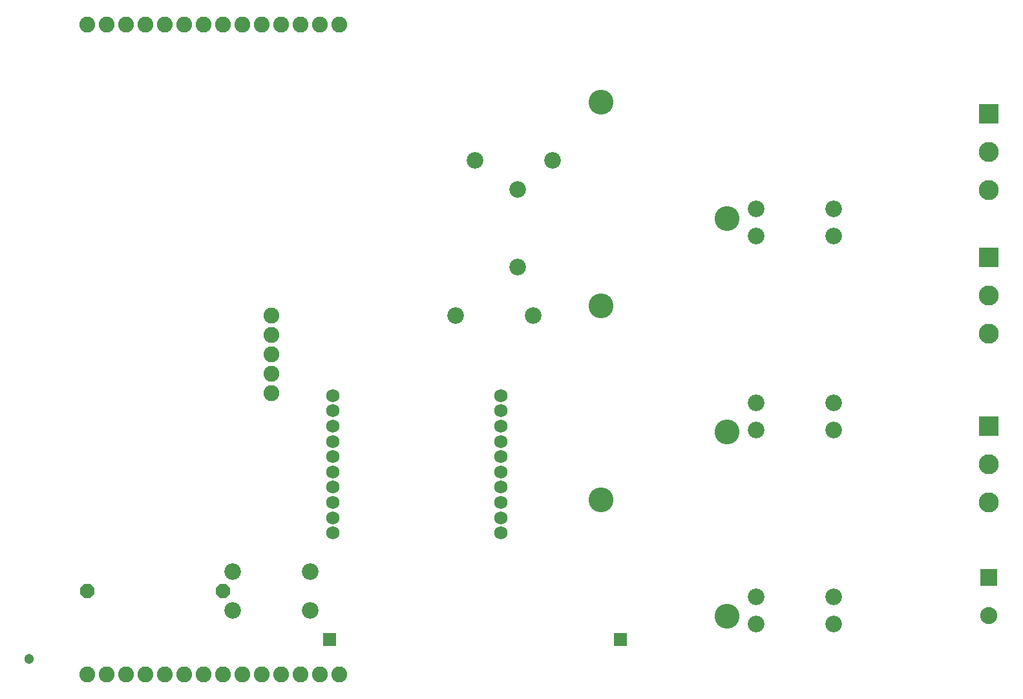
<source format=gbs>
G75*
G70*
%OFA0B0*%
%FSLAX24Y24*%
%IPPOS*%
%LPD*%
%AMOC8*
5,1,8,0,0,1.08239X$1,22.5*
%
%ADD10C,0.0513*%
%ADD11C,0.0820*%
%ADD12C,0.0680*%
%ADD13C,0.0860*%
%ADD14R,0.1030X0.1030*%
%ADD15C,0.1030*%
%ADD16R,0.0674X0.0674*%
%ADD17OC8,0.0720*%
%ADD18R,0.0880X0.0880*%
%ADD19C,0.0880*%
%ADD20C,0.1280*%
D10*
X000516Y002296D03*
D11*
X003516Y001496D03*
X004516Y001496D03*
X005516Y001496D03*
X006516Y001496D03*
X007516Y001496D03*
X008516Y001496D03*
X009516Y001496D03*
X010516Y001496D03*
X011516Y001496D03*
X012516Y001496D03*
X013516Y001496D03*
X014516Y001496D03*
X015516Y001496D03*
X016516Y001496D03*
X013016Y015996D03*
X013016Y016996D03*
X013016Y017996D03*
X013016Y018996D03*
X013016Y019996D03*
X012516Y034996D03*
X011516Y034996D03*
X010516Y034996D03*
X009516Y034996D03*
X008516Y034996D03*
X007516Y034996D03*
X006516Y034996D03*
X005516Y034996D03*
X004516Y034996D03*
X003516Y034996D03*
X013516Y034996D03*
X014516Y034996D03*
X015516Y034996D03*
X016516Y034996D03*
D12*
X016185Y015870D03*
X016185Y015083D03*
X016185Y014295D03*
X016185Y013508D03*
X016185Y012721D03*
X016185Y011933D03*
X016185Y011146D03*
X016185Y010358D03*
X016185Y009571D03*
X016185Y008784D03*
X024846Y008784D03*
X024846Y009571D03*
X024846Y010358D03*
X024846Y011146D03*
X024846Y011933D03*
X024846Y012721D03*
X024846Y013508D03*
X024846Y014295D03*
X024846Y015083D03*
X024846Y015870D03*
D13*
X026516Y019996D03*
X025716Y022496D03*
X022516Y019996D03*
X025716Y026496D03*
X027516Y027996D03*
X023516Y027996D03*
X038016Y025496D03*
X038016Y024096D03*
X042016Y024096D03*
X042016Y025496D03*
X042016Y015496D03*
X042016Y014096D03*
X038016Y014096D03*
X038016Y015496D03*
X038016Y005496D03*
X038016Y004096D03*
X042016Y004096D03*
X042016Y005496D03*
X015016Y004796D03*
X015016Y006796D03*
X011016Y006796D03*
X011016Y004796D03*
D14*
X050016Y014296D03*
X050016Y022996D03*
X050016Y030396D03*
D15*
X050016Y028428D03*
X050016Y026459D03*
X050016Y021028D03*
X050016Y019059D03*
X050016Y012328D03*
X050016Y010359D03*
D16*
X031016Y003296D03*
X016016Y003296D03*
D17*
X010516Y005796D03*
X003516Y005796D03*
D18*
X050016Y006496D03*
D19*
X050016Y004528D03*
D20*
X036516Y004496D03*
X030016Y010496D03*
X036516Y013996D03*
X030016Y020496D03*
X036516Y024996D03*
X030016Y030996D03*
M02*

</source>
